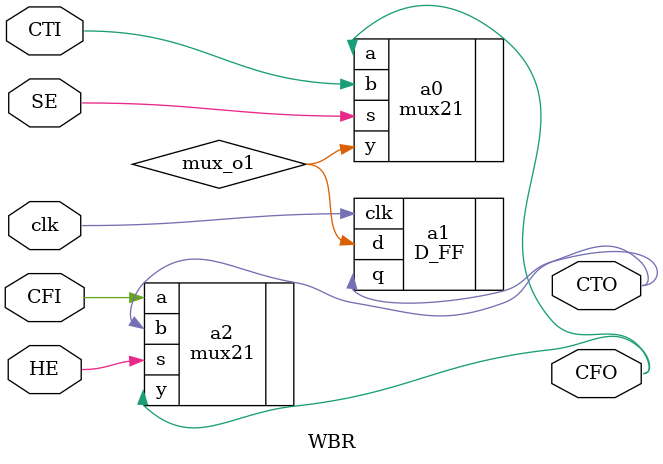
<source format=v>
module WBR
(
	input SE,HE,CFI,CTI,clk,
	output CFO,CTO
);

	wire mux_o1;

mux21 a0(.a(CFO),.b(CTI),.s(SE),.y(mux_o1));
D_FF a1(.clk(clk),.d(mux_o1),.q(CTO));
mux21 a2(.a(CFI),.b(CTO),.s(HE),.y(CFO));


endmodule

</source>
